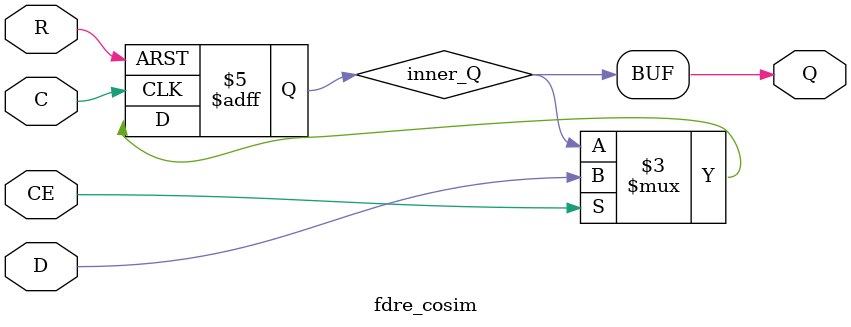
<source format=v>

module fdre_cosim(
    output wire Q,
    input wire R,
    input wire C,
    input wire CE,
    input wire D
);

    reg inner_Q;
    // force the asic synthesis tool to infer an async, active-low reset FF
    always @(posedge C or posedge R) begin
        if(R) begin
            inner_Q <= 0;
        end else begin
            if(CE) begin
                inner_Q <= D;
            end else begin
                inner_Q <= Q;
            end
        end
    end
    assign Q = inner_Q;

endmodule
</source>
